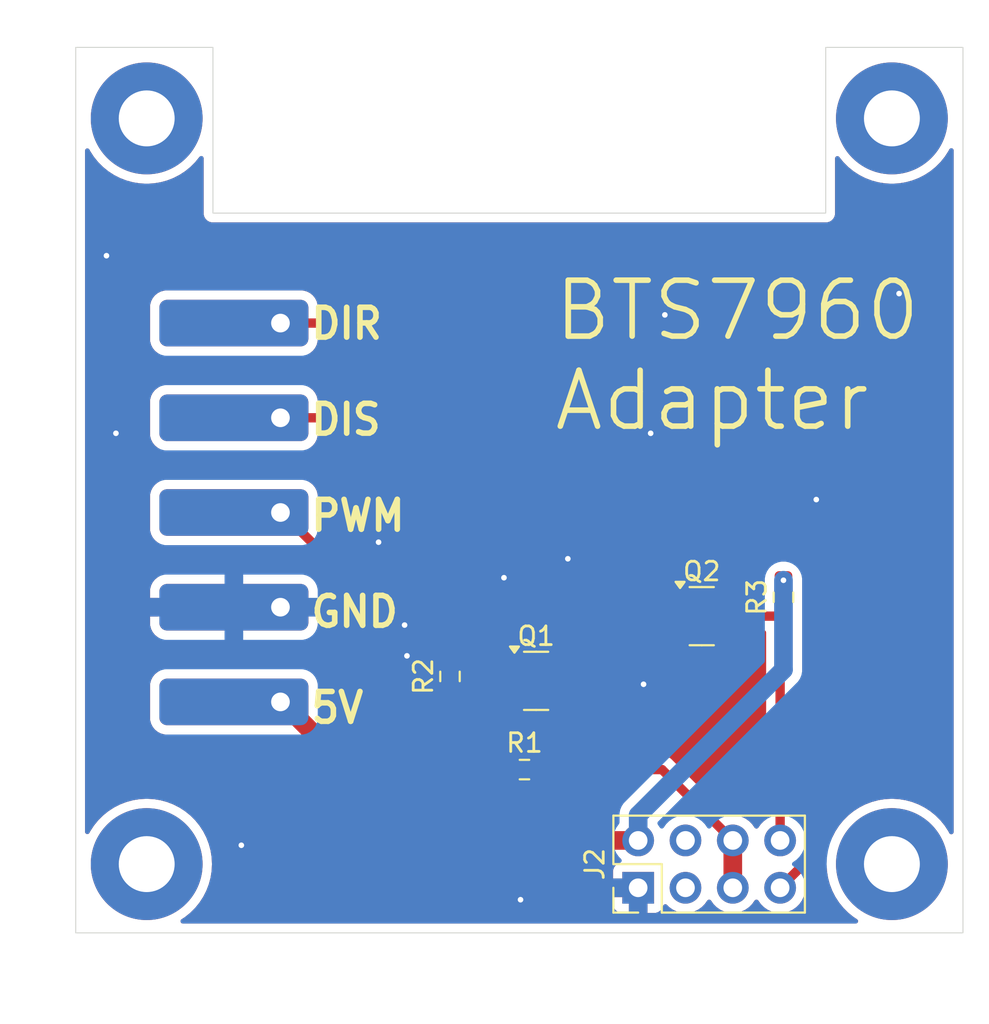
<source format=kicad_pcb>
(kicad_pcb (version 20240108) (generator "pcbnew") (generator_version "8.0")
  (layers (0 "F.Cu" signal) (31 "B.Cu" signal) (34 "B.Paste" user) (35 "F.Paste" user) (36 "B.SilkS" user "B.Silkscreen") (37 "F.SilkS" user "F.Silkscreen") (38 "B.Mask" user) (39 "F.Mask" user) (44 "Edge.Cuts" user))
  (net 0 "")
  (net 1 "/PWM")
  (net 2 "/DIR")
  (net 3 "GND")
  (net 4 "/DIS")
  (net 5 "+5V")
  (net 8 "/L_EN")
  (net 9 "/RPWM")
  (footprint "Connector_PinHeader_2.54mm:PinHeader_2x04_P2.54mm_Vertical" (layer "F.Cu") (at 26.38 41.27 90)
    (property "Reference" "J2" (at 1.27 -2.33 90) (layer "F.SilkS"))
    (property "Value" "Conn_02x04_Odd_Even")
    (fp_line (start 3.87 -1.33) (end 3.87 8.95) (stroke (width 0.12)) (layer "F.SilkS"))
    (fp_line (start 1.27 -1.33) (end 3.87 -1.33) (stroke (width 0.12)) (layer "F.SilkS"))
    (fp_line (start -1.33 -1.33) (end 0 -1.33) (stroke (width 0.12)) (layer "F.SilkS"))
    (fp_line (start -1.33 0) (end -1.33 -1.33) (stroke (width 0.12)) (layer "F.SilkS"))
    (fp_line (start 1.27 1.27) (end 1.27 -1.33) (stroke (width 0.12)) (layer "F.SilkS"))
    (fp_line (start -1.33 1.27) (end 1.27 1.27) (stroke (width 0.12)) (layer "F.SilkS"))
    (fp_line (start -1.33 1.27) (end -1.33 8.95) (stroke (width 0.12)) (layer "F.SilkS"))
    (fp_line (start -1.33 8.95) (end 3.87 8.95) (stroke (width 0.12)) (layer "F.SilkS"))
    (pad "1" thru_hole rect (at 0 0 90) (size 1.7 1.7) (drill 1) (layers "*.Cu" "*.Mask") (net 3 "GND"))
    (pad "2" thru_hole oval (at 2.54 0 90) (size 1.7 1.7) (drill 1) (layers "*.Cu" "*.Mask") (net 5 "+5V"))
    (pad "3" thru_hole oval (at 0 2.54 90) (size 1.7 1.7) (drill 1) (layers "*.Cu" "*.Mask"))
    (pad "4" thru_hole oval (at 2.54 2.54 90) (size 1.7 1.7) (drill 1) (layers "*.Cu" "*.Mask"))
    (pad "5" thru_hole oval (at 0 5.08 90) (size 1.7 1.7) (drill 1) (layers "*.Cu" "*.Mask") (net 8 "/L_EN"))
    (pad "6" thru_hole oval (at 2.54 5.08 90) (size 1.7 1.7) (drill 1) (layers "*.Cu" "*.Mask") (net 8 "/L_EN"))
    (pad "7" thru_hole oval (at 0 7.62 90) (size 1.7 1.7) (drill 1) (layers "*.Cu" "*.Mask") (net 2 "/DIR"))
    (pad "8" thru_hole oval (at 2.54 7.62 90) (size 1.7 1.7) (drill 1) (layers "*.Cu" "*.Mask") (net 9 "/RPWM"))
  )
  (footprint "Package_TO_SOT_SMD:SOT-23" (layer "F.Cu") (at 29.7925 26.7)
    (property "Reference" "Q2" (at 0 -2.4 0) (layer "F.SilkS"))
    (property "Value" "AO3400A")
    (fp_line (start 0 -1.56) (end -0.65 -1.56) (stroke (width 0.12)) (layer "F.SilkS"))
    (fp_line (start 0 -1.56) (end 0.65 -1.56) (stroke (width 0.12)) (layer "F.SilkS"))
    (fp_line (start 0 1.56) (end -0.65 1.56) (stroke (width 0.12)) (layer "F.SilkS"))
    (fp_line (start 0 1.56) (end 0.65 1.56) (stroke (width 0.12)) (layer "F.SilkS"))
    (fp_poly (pts (xy -1.1625 -1.51) (xy -1.4025 -1.84) (xy -0.9225 -1.84) (xy -1.1625 -1.51)) (stroke (width 0.12)) (fill solid) (layer "F.SilkS"))
    (pad "1" smd roundrect (at -0.9375 -0.95) (size 1.475 0.6) (layers "F.Cu" "F.Paste" "F.Mask") (net 2 "/DIR"))
    (pad "2" smd roundrect (at -0.9375 0.95) (size 1.475 0.6) (layers "F.Cu" "F.Paste" "F.Mask") (net 3 "GND"))
    (pad "3" smd roundrect (at 0.9375 0) (size 1.475 0.6) (layers "F.Cu" "F.Paste" "F.Mask") (net 9 "/RPWM"))
  )
  (footprint "MountingHole:MountingHole_3mm_Pad" (layer "F.Cu") (at 40 40)
    (property "Reference" "REF**" (hide yes))
    (property "Value" "MountingHole_3mm_Pad" (hide yes))
    (pad "1" thru_hole circle (at 0 0) (size 6 6) (drill 3) (layers "*.Cu" "*.Mask"))
  )
  (footprint "MountingHole:MountingHole_3mm_Pad" (layer "F.Cu") (at 0 40)
    (property "Reference" "REF**" (hide yes))
    (property "Value" "MountingHole_3mm_Pad" (hide yes))
    (pad "1" thru_hole circle (at 0 0) (size 6 6) (drill 3) (layers "*.Cu" "*.Mask"))
  )
  (footprint "Package_TO_SOT_SMD:SOT-23" (layer "F.Cu") (at 20.9025 30.17)
    (property "Reference" "Q1" (at 0 -2.4 0) (layer "F.SilkS"))
    (property "Value" "AO3400A")
    (fp_line (start 0 -1.56) (end -0.65 -1.56) (stroke (width 0.12)) (layer "F.SilkS"))
    (fp_line (start 0 -1.56) (end 0.65 -1.56) (stroke (width 0.12)) (layer "F.SilkS"))
    (fp_line (start 0 1.56) (end -0.65 1.56) (stroke (width 0.12)) (layer "F.SilkS"))
    (fp_line (start 0 1.56) (end 0.65 1.56) (stroke (width 0.12)) (layer "F.SilkS"))
    (fp_poly (pts (xy -1.1625 -1.51) (xy -1.4025 -1.84) (xy -0.9225 -1.84) (xy -1.1625 -1.51)) (stroke (width 0.12)) (fill solid) (layer "F.SilkS"))
    (pad "1" smd roundrect (at -0.9375 -0.95) (size 1.475 0.6) (layers "F.Cu" "F.Paste" "F.Mask") (net 4 "/DIS"))
    (pad "2" smd roundrect (at -0.9375 0.95) (size 1.475 0.6) (layers "F.Cu" "F.Paste" "F.Mask") (net 3 "GND"))
    (pad "3" smd roundrect (at 0.9375 0) (size 1.475 0.6) (layers "F.Cu" "F.Paste" "F.Mask") (net 8 "/L_EN"))
  )
  (footprint "1KicadLib:1x05_wire2board" (layer "F.Cu") (at 2.18 28.76 90)
    (property "Reference" "J1" (hide yes))
    (property "Value" "Conn_01x05")
    (pad "1" thru_hole roundrect (at -2.54 5 90) (size 2.5 8) (drill 1 (offset 0 -2.5)) (layers "*.Cu" "*.Mask") (roundrect_rratio 0.1640419948) (net 5 "+5V"))
    (pad "2" thru_hole roundrect (at 2.54 5 90) (size 2.5 8) (drill 1 (offset 0 -2.5)) (layers "*.Cu" "*.Mask") (roundrect_rratio 0.1640419948) (net 3 "GND"))
    (pad "3" thru_hole roundrect (at 7.62 5 90) (size 2.5 8) (drill 1 (offset 0 -2.5)) (layers "*.Cu" "*.Mask") (roundrect_rratio 0.1640419948) (net 1 "/PWM"))
    (pad "4" thru_hole roundrect (at 12.7 5 90) (size 2.5 8) (drill 1 (offset 0 -2.5)) (layers "*.Cu" "*.Mask") (roundrect_rratio 0.1640419948) (net 4 "/DIS"))
    (pad "5" thru_hole roundrect (at 17.78 5 90) (size 2.5 8) (drill 1 (offset 0 -2.5)) (layers "*.Cu" "*.Mask") (roundrect_rratio 0.1640419948) (net 2 "/DIR"))
    (zone (net 0) (net_name "") (layer "F.Cu") (connect_pads (clearance 0)) (min_thickness 0.25)
      (keepout (tracks allowed) (vias allowed) (pads allowed) (copperpour not_allowed) (footprints allowed))
      (fill (thermal_gap 0.5) (thermal_bridge_width 0.5))
      (polygon (pts (xy 0.68 9.73) (xy 8.68 9.73) (xy 8.68 32.55) (xy 0.68 32.55)))
    )
  )
  (footprint "Resistor_SMD:R_0603_1608Metric_Pad0.98x0.95mm_HandSolder" (layer "F.Cu") (at 34.18 25.6875 90)
    (property "Reference" "R3" (at 0 -1.43 90) (layer "F.SilkS"))
    (property "Value" "10k")
    (fp_line (start -0.254724 -0.5225) (end 0.254724 -0.5225) (stroke (width 0.12)) (layer "F.SilkS"))
    (fp_line (start -0.254724 0.5225) (end 0.254724 0.5225) (stroke (width 0.12)) (layer "F.SilkS"))
    (pad "1" smd roundrect (at -0.9125 0 90) (size 0.975 0.95) (layers "F.Cu" "F.Paste" "F.Mask") (net 9 "/RPWM"))
    (pad "2" smd roundrect (at 0.9125 0 90) (size 0.975 0.95) (layers "F.Cu" "F.Paste" "F.Mask") (net 5 "+5V"))
  )
  (footprint "MountingHole:MountingHole_3mm_Pad" (layer "F.Cu") (at 0 0)
    (property "Reference" "REF**" (hide yes))
    (property "Value" "MountingHole_3mm_Pad" (hide yes))
    (pad "1" thru_hole circle (at 0 0) (size 6 6) (drill 3) (layers "*.Cu" "*.Mask"))
  )
  (footprint "Resistor_SMD:R_0603_1608Metric_Pad0.98x0.95mm_HandSolder" (layer "F.Cu") (at 16.28 29.9325 90)
    (property "Reference" "R2" (at 0 -1.43 90) (layer "F.SilkS"))
    (property "Value" "10k")
    (fp_line (start -0.254724 -0.5225) (end 0.254724 -0.5225) (stroke (width 0.12)) (layer "F.SilkS"))
    (fp_line (start -0.254724 0.5225) (end 0.254724 0.5225) (stroke (width 0.12)) (layer "F.SilkS"))
    (pad "1" smd roundrect (at -0.9125 0 90) (size 0.975 0.95) (layers "F.Cu" "F.Paste" "F.Mask") (net 3 "GND"))
    (pad "2" smd roundrect (at 0.9125 0 90) (size 0.975 0.95) (layers "F.Cu" "F.Paste" "F.Mask") (net 4 "/DIS"))
  )
  (footprint "Resistor_SMD:R_0603_1608Metric_Pad0.98x0.95mm_HandSolder" (layer "F.Cu") (at 20.2775 34.93)
    (property "Reference" "R1" (at 0 -1.43 0) (layer "F.SilkS"))
    (property "Value" "250")
    (fp_line (start -0.254724 -0.5225) (end 0.254724 -0.5225) (stroke (width 0.12)) (layer "F.SilkS"))
    (fp_line (start -0.254724 0.5225) (end 0.254724 0.5225) (stroke (width 0.12)) (layer "F.SilkS"))
    (pad "1" smd roundrect (at -0.9125 0) (size 0.975 0.95) (layers "F.Cu" "F.Paste" "F.Mask") (net 1 "/PWM"))
    (pad "2" smd roundrect (at 0.9125 0) (size 0.975 0.95) (layers "F.Cu" "F.Paste" "F.Mask") (net 8 "/L_EN"))
  )
  (footprint "MountingHole:MountingHole_3mm_Pad" (layer "F.Cu") (at 40 0)
    (property "Reference" "REF**" (hide yes))
    (property "Value" "MountingHole_3mm_Pad" (hide yes))
    (pad "1" thru_hole circle (at 0 0) (size 6 6) (drill 3) (layers "*.Cu" "*.Mask"))
  )
  (gr_poly (pts (xy 43.815 43.688) (xy 43.815 -3.81) (xy 36.449 -3.81) (xy 36.449 5.08) (xy 3.556 5.08) (xy 3.556 -3.81) (xy -3.81 -3.81) (xy -3.81 43.688)) (stroke (width 0.05)) (fill none) (layer "Edge.Cuts"))
  (gr_text "BTS7960\nAdapter" (at 21.717 16.891 0) (layer "F.SilkS") (effects (font (size 3 3) (thickness 0.3) (bold yes)) (justify left bottom)))
  (gr_text "DIR\n\nDIS\n\nPWM\n\nGND\n\n5V" (at 8.68 32.55 0) (layer "F.SilkS") (effects (font (size 1.6 1.5) (thickness 0.3) (bold yes)) (justify left bottom)))
  (segment (start 16.515 34.93) (end 19.365 34.93) (width 0.5) (layer "F.Cu") (net 1))
  (segment (start 7.26 21.14) (end 10.795 24.675) (width 0.5) (layer "F.Cu") (net 1))
  (segment (start 10.795 29.21) (end 16.515 34.93) (width 0.5) (layer "F.Cu") (net 1))
  (segment (start 10.795 24.675) (end 10.795 29.21) (width 0.5) (layer "F.Cu") (net 1))
  (segment (start 35.814 39.456) (end 35.814 23.876) (width 0.5) (layer "F.Cu") (net 2))
  (segment (start 34.671 22.733) (end 31.872 22.733) (width 0.5) (layer "F.Cu") (net 2))
  (segment (start 14.085 10.98) (end 28.855 25.75) (width 0.5) (layer "F.Cu") (net 2))
  (segment (start 34 41.27) (end 35.814 39.456) (width 0.5) (layer "F.Cu") (net 2))
  (segment (start 31.872 22.733) (end 28.855 25.75) (width 0.5) (layer "F.Cu") (net 2))
  (segment (start 7.26 10.98) (end 14.085 10.98) (width 0.5) (layer "F.Cu") (net 2))
  (segment (start 35.814 23.876) (end 34.671 22.733) (width 0.5) (layer "F.Cu") (net 2))
  (via (at -1.651 16.891) (size 0.6) (drill 0.3) (layers "F.Cu" "B.Cu") (net 3))
  (via (at 12.446 22.733) (size 0.6) (drill 0.3) (layers "F.Cu" "B.Cu") (net 3))
  (via (at 20.066 41.91) (size 0.6) (drill 0.3) (layers "F.Cu" "B.Cu") (net 3))
  (via (at 35.941 20.447) (size 0.6) (drill 0.3) (layers "F.Cu" "B.Cu") (net 3))
  (via (at 13.97 28.829) (size 0.6) (drill 0.3) (layers "F.Cu" "B.Cu") (net 3))
  (via (at 19.177 24.638) (size 0.6) (drill 0.3) (layers "F.Cu" "B.Cu") (net 3))
  (via (at 5.08 38.989) (size 0.6) (drill 0.3) (layers "F.Cu" "B.Cu") (net 3))
  (via (at 22.606 23.622) (size 0.6) (drill 0.3) (layers "F.Cu" "B.Cu") (net 3))
  (via (at 13.843 27.178) (size 0.6) (drill 0.3) (layers "F.Cu" "B.Cu") (net 3))
  (via (at -2.159 7.366) (size 0.6) (drill 0.3) (layers "F.Cu" "B.Cu") (net 3))
  (via (at 27.813 10.541) (size 0.6) (drill 0.3) (layers "F.Cu" "B.Cu") (net 3))
  (via (at 26.67 30.353) (size 0.6) (drill 0.3) (layers "F.Cu" "B.Cu") (net 3))
  (via (at 40.386 9.398) (size 0.6) (drill 0.3) (layers "F.Cu" "B.Cu") (net 3))
  (via (at 27.051 16.891) (size 0.6) (drill 0.3) (layers "F.Cu" "B.Cu") (net 3))
  (segment (start 11.615 16.06) (end 7.26 16.06) (width 0.5) (layer "F.Cu") (net 4))
  (segment (start 16.28 20.725) (end 11.615 16.06) (width 0.5) (layer "F.Cu") (net 4))
  (segment (start 16.48 29.22) (end 16.28 29.02) (width 0.5) (layer "F.Cu") (net 4))
  (segment (start 19.965 29.22) (end 16.48 29.22) (width 0.5) (layer "F.Cu") (net 4))
  (segment (start 16.28 29.02) (end 16.28 20.725) (width 0.5) (layer "F.Cu") (net 4))
  (segment (start 26.38 38.73) (end 14.69 38.73) (width 1) (layer "F.Cu") (net 5))
  (segment (start 14.69 38.73) (end 7.26 31.3) (width 1) (layer "F.Cu") (net 5))
  (via (at 34.18 24.775) (size 0.6) (drill 0.3) (layers "F.Cu" "B.Cu") (net 5))
  (segment (start 26.38 37.374) (end 34.18 29.574) (width 1) (layer "B.Cu") (net 5))
  (segment (start 34.18 29.574) (end 34.18 24.775) (width 1) (layer "B.Cu") (net 5))
  (segment (start 26.38 38.73) (end 26.38 37.374) (width 1) (layer "B.Cu") (net 5))
  (segment (start 21.19 30.82) (end 21.19 34.93) (width 0.5) (layer "F.Cu") (net 8))
  (segment (start 31.46 38.73) (end 27.66 34.93) (width 0.5) (layer "F.Cu") (net 8))
  (segment (start 27.66 34.93) (end 21.19 34.93) (width 0.5) (layer "F.Cu") (net 8))
  (segment (start 21.84 30.17) (end 21.19 30.82) (width 0.5) (layer "F.Cu") (net 8))
  (segment (start 31.46 41.27) (end 31.46 38.73) (width 1) (layer "F.Cu") (net 8))
  (segment (start 30.73 26.7) (end 34.08 26.7) (width 0.5) (layer "F.Cu") (net 9))
  (segment (start 34.08 26.7) (end 34.18 26.6) (width 0.5) (layer "F.Cu") (net 9))
  (segment (start 34 26.78) (end 34.18 26.6) (width 0.5) (layer "F.Cu") (net 9))
  (segment (start 34 38.73) (end 34 26.78) (width 0.5) (layer "F.Cu") (net 9))
  (zone (net 3) (net_name "GND") (layers "F&B.Cu") (connect_pads (clearance 0.5)) (min_thickness 0.25) (fill yes (thermal_gap 0.5) (thermal_bridge_width 1))
    (polygon (pts (xy 44.069 43.815) (xy 45.212 -6.35) (xy -5.842 -6.096) (xy -7.874 45.085)))
  )
)
</source>
